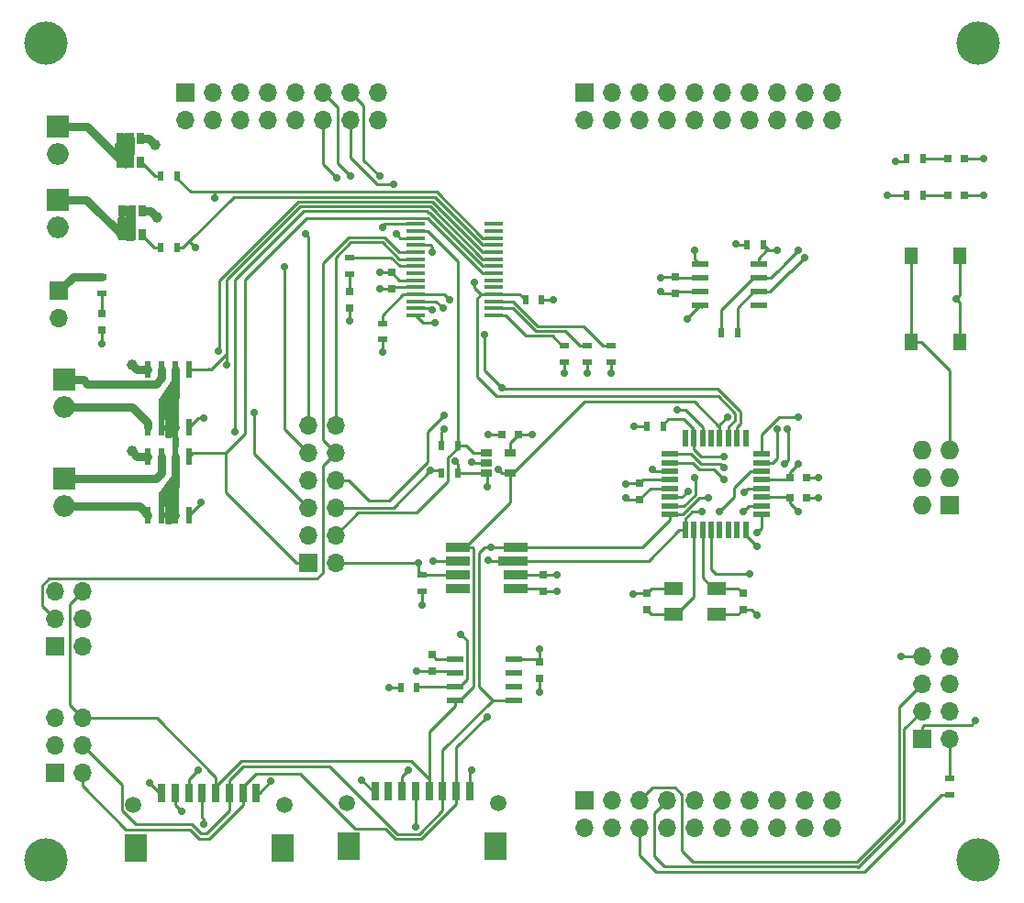
<source format=gtl>
G04 #@! TF.FileFunction,Copper,L1,Top,Signal*
%FSLAX46Y46*%
G04 Gerber Fmt 4.6, Leading zero omitted, Abs format (unit mm)*
G04 Created by KiCad (PCBNEW 4.0.6) date Friday, August 25, 2017 'AMt' 01:11:23 AM*
%MOMM*%
%LPD*%
G01*
G04 APERTURE LIST*
%ADD10C,0.100000*%
%ADD11R,1.700000X1.700000*%
%ADD12O,1.700000X1.700000*%
%ADD13C,1.500000*%
%ADD14R,2.000000X2.600000*%
%ADD15R,0.700000X1.800000*%
%ADD16R,0.500000X0.900000*%
%ADD17R,1.600000X0.550000*%
%ADD18R,0.550000X1.600000*%
%ADD19R,1.727200X1.727200*%
%ADD20O,1.727200X1.727200*%
%ADD21R,1.300000X1.550000*%
%ADD22R,0.800000X0.750000*%
%ADD23R,0.750000X0.800000*%
%ADD24R,0.797560X0.797560*%
%ADD25R,1.550000X0.600000*%
%ADD26R,1.800000X1.200000*%
%ADD27O,1.998980X1.998980*%
%ADD28R,1.998980X1.998980*%
%ADD29R,0.900000X0.500000*%
%ADD30R,0.600000X1.550000*%
%ADD31R,1.750000X0.450000*%
%ADD32R,1.060000X0.650000*%
%ADD33R,2.250000X0.900000*%
%ADD34R,2.800000X0.900000*%
%ADD35R,0.650000X1.060000*%
%ADD36C,4.000000*%
%ADD37C,0.700000*%
%ADD38C,1.000000*%
%ADD39C,0.250000*%
%ADD40C,0.750000*%
%ADD41C,1.000000*%
%ADD42C,0.254000*%
G04 APERTURE END LIST*
D10*
D11*
X106807000Y-121158000D03*
D12*
X109347000Y-121158000D03*
X106807000Y-118618000D03*
X109347000Y-118618000D03*
X106807000Y-116078000D03*
X109347000Y-116078000D03*
D13*
X133741000Y-123952000D03*
X147691000Y-123952000D03*
D14*
X147491000Y-127952000D03*
X133941000Y-127952000D03*
D15*
X145091000Y-122852000D03*
X143841000Y-122852000D03*
X142591000Y-122852000D03*
X141341000Y-122852000D03*
X140091000Y-122852000D03*
X138841000Y-122852000D03*
X137591000Y-122852000D03*
X136341000Y-122852000D03*
D16*
X151741000Y-77470000D03*
X150241000Y-77470000D03*
D17*
X163517000Y-91682000D03*
X163517000Y-92482000D03*
X163517000Y-93282000D03*
X163517000Y-94082000D03*
X163517000Y-94882000D03*
X163517000Y-95682000D03*
X163517000Y-96482000D03*
X163517000Y-97282000D03*
D18*
X164967000Y-98732000D03*
X165767000Y-98732000D03*
X166567000Y-98732000D03*
X167367000Y-98732000D03*
X168167000Y-98732000D03*
X168967000Y-98732000D03*
X169767000Y-98732000D03*
X170567000Y-98732000D03*
D17*
X172017000Y-97282000D03*
X172017000Y-96482000D03*
X172017000Y-95682000D03*
X172017000Y-94882000D03*
X172017000Y-94082000D03*
X172017000Y-93282000D03*
X172017000Y-92482000D03*
X172017000Y-91682000D03*
D18*
X170567000Y-90232000D03*
X169767000Y-90232000D03*
X168967000Y-90232000D03*
X168167000Y-90232000D03*
X167367000Y-90232000D03*
X166567000Y-90232000D03*
X165767000Y-90232000D03*
X164967000Y-90232000D03*
D16*
X169787000Y-80518000D03*
X168287000Y-80518000D03*
D11*
X155702000Y-123698000D03*
D12*
X155702000Y-126238000D03*
X158242000Y-123698000D03*
X158242000Y-126238000D03*
X160782000Y-123698000D03*
X160782000Y-126238000D03*
X163322000Y-123698000D03*
X163322000Y-126238000D03*
X165862000Y-123698000D03*
X165862000Y-126238000D03*
X168402000Y-123698000D03*
X168402000Y-126238000D03*
X170942000Y-123698000D03*
X170942000Y-126238000D03*
X173482000Y-123698000D03*
X173482000Y-126238000D03*
X176022000Y-123698000D03*
X176022000Y-126238000D03*
X178562000Y-123698000D03*
X178562000Y-126238000D03*
D11*
X155702000Y-58293000D03*
D12*
X155702000Y-60833000D03*
X158242000Y-58293000D03*
X158242000Y-60833000D03*
X160782000Y-58293000D03*
X160782000Y-60833000D03*
X163322000Y-58293000D03*
X163322000Y-60833000D03*
X165862000Y-58293000D03*
X165862000Y-60833000D03*
X168402000Y-58293000D03*
X168402000Y-60833000D03*
X170942000Y-58293000D03*
X170942000Y-60833000D03*
X173482000Y-58293000D03*
X173482000Y-60833000D03*
X176022000Y-58293000D03*
X176022000Y-60833000D03*
X178562000Y-58293000D03*
X178562000Y-60833000D03*
D19*
X189357000Y-96393000D03*
D20*
X186817000Y-96393000D03*
X189357000Y-93853000D03*
X186817000Y-93853000D03*
X189357000Y-91313000D03*
X186817000Y-91313000D03*
D21*
X185837000Y-81318000D03*
X185837000Y-73368000D03*
X190337000Y-81318000D03*
X190337000Y-73368000D03*
D22*
X176137000Y-95758000D03*
X174637000Y-95758000D03*
D23*
X160782000Y-95873000D03*
X160782000Y-94373000D03*
D22*
X176137000Y-93853000D03*
X174637000Y-93853000D03*
D23*
X161417000Y-104545000D03*
X161417000Y-106045000D03*
X170307000Y-106045000D03*
X170307000Y-104545000D03*
X164084000Y-76823000D03*
X164084000Y-75323000D03*
D24*
X189242700Y-67818000D03*
X190741300Y-67818000D03*
D11*
X118872000Y-58293000D03*
D12*
X118872000Y-60833000D03*
X121412000Y-58293000D03*
X121412000Y-60833000D03*
X123952000Y-58293000D03*
X123952000Y-60833000D03*
X126492000Y-58293000D03*
X126492000Y-60833000D03*
X129032000Y-58293000D03*
X129032000Y-60833000D03*
X131572000Y-58293000D03*
X131572000Y-60833000D03*
X134112000Y-58293000D03*
X134112000Y-60833000D03*
X136652000Y-58293000D03*
X136652000Y-60833000D03*
D16*
X161429000Y-89154000D03*
X162929000Y-89154000D03*
X185432000Y-67818000D03*
X186932000Y-67818000D03*
X185432000Y-64389000D03*
X186932000Y-64389000D03*
X170700000Y-72390000D03*
X172200000Y-72390000D03*
D25*
X166337000Y-74168000D03*
X166337000Y-75438000D03*
X166337000Y-76708000D03*
X166337000Y-77978000D03*
X171737000Y-77978000D03*
X171737000Y-76708000D03*
X171737000Y-75438000D03*
X171737000Y-74168000D03*
D26*
X163862000Y-106483000D03*
X167862000Y-106483000D03*
X167862000Y-104083000D03*
X163862000Y-104083000D03*
D23*
X137922000Y-76454000D03*
X137922000Y-74954000D03*
X151892000Y-104382000D03*
X151892000Y-102882000D03*
D22*
X149594000Y-89916000D03*
X148094000Y-89916000D03*
D23*
X151511000Y-110883000D03*
X151511000Y-112383000D03*
X141605000Y-110260000D03*
X141605000Y-111760000D03*
D24*
X189242700Y-64389000D03*
X190741300Y-64389000D03*
X133985000Y-76708000D03*
X133985000Y-78206600D03*
D11*
X186817000Y-117983000D03*
D12*
X189357000Y-117983000D03*
X186817000Y-115443000D03*
X189357000Y-115443000D03*
X186817000Y-112903000D03*
X189357000Y-112903000D03*
X186817000Y-110363000D03*
X189357000Y-110363000D03*
D27*
X107061000Y-70739000D03*
D28*
X107061000Y-68199000D03*
D27*
X107061000Y-64008000D03*
D28*
X107061000Y-61468000D03*
D11*
X130175000Y-101727000D03*
D12*
X132715000Y-101727000D03*
X130175000Y-99187000D03*
X132715000Y-99187000D03*
X130175000Y-96647000D03*
X132715000Y-96647000D03*
X130175000Y-94107000D03*
X132715000Y-94107000D03*
X130175000Y-91567000D03*
X132715000Y-91567000D03*
X130175000Y-89027000D03*
X132715000Y-89027000D03*
D27*
X107696000Y-96520000D03*
D28*
X107696000Y-93980000D03*
D27*
X107696000Y-87376000D03*
D28*
X107696000Y-84836000D03*
D11*
X106807000Y-109474000D03*
D12*
X109347000Y-109474000D03*
X106807000Y-106934000D03*
X109347000Y-106934000D03*
X106807000Y-104394000D03*
X109347000Y-104394000D03*
D29*
X189357000Y-123166000D03*
X189357000Y-121666000D03*
D16*
X116598000Y-72644000D03*
X118098000Y-72644000D03*
X116598000Y-66040000D03*
X118098000Y-66040000D03*
D29*
X137033000Y-81129000D03*
X137033000Y-79629000D03*
X153797000Y-83185000D03*
X153797000Y-81685000D03*
X158115000Y-83173000D03*
X158115000Y-81673000D03*
X155956000Y-81685000D03*
X155956000Y-83185000D03*
X133985000Y-73545000D03*
X133985000Y-75045000D03*
X140716000Y-102882000D03*
X140716000Y-104382000D03*
D16*
X144006000Y-90932000D03*
X142506000Y-90932000D03*
X144006000Y-93472000D03*
X142506000Y-93472000D03*
X138708000Y-113284000D03*
X140208000Y-113284000D03*
D30*
X115379500Y-97315000D03*
X116649500Y-97315000D03*
X117919500Y-97315000D03*
X119189500Y-97315000D03*
X119189500Y-91915000D03*
X117919500Y-91915000D03*
X116649500Y-91915000D03*
X115379500Y-91915000D03*
X115379500Y-89250500D03*
X116649500Y-89250500D03*
X117919500Y-89250500D03*
X119189500Y-89250500D03*
X119189500Y-83850500D03*
X117919500Y-83850500D03*
X116649500Y-83850500D03*
X115379500Y-83850500D03*
D31*
X140078908Y-70440448D03*
X140078908Y-71090448D03*
X140078908Y-71740448D03*
X140078908Y-72390448D03*
X140078908Y-73040448D03*
X140078908Y-73690448D03*
X140078908Y-74340448D03*
X140078908Y-74990448D03*
X140078908Y-75640448D03*
X140078908Y-76290448D03*
X140078908Y-76940448D03*
X140078908Y-77590448D03*
X140078908Y-78240448D03*
X140078908Y-78890448D03*
X147278908Y-78890448D03*
X147278908Y-78240448D03*
X147278908Y-77590448D03*
X147278908Y-76940448D03*
X147278908Y-76290448D03*
X147278908Y-75640448D03*
X147278908Y-74990448D03*
X147278908Y-74340448D03*
X147278908Y-73690448D03*
X147278908Y-73040448D03*
X147278908Y-72390448D03*
X147278908Y-71740448D03*
X147278908Y-71090448D03*
X147278908Y-70440448D03*
D32*
X146644000Y-91572000D03*
X146644000Y-92522000D03*
X146644000Y-93472000D03*
X148844000Y-93472000D03*
X148844000Y-91572000D03*
D33*
X144002000Y-100340000D03*
X144002000Y-101590000D03*
X144002000Y-102890000D03*
X144002000Y-104140000D03*
X149352000Y-104140000D03*
X149352000Y-102890000D03*
D34*
X149077000Y-101590000D03*
D33*
X149352000Y-100340000D03*
D25*
X143731000Y-110617000D03*
X143731000Y-111887000D03*
X143731000Y-113157000D03*
X143731000Y-114427000D03*
X149131000Y-114427000D03*
X149131000Y-113157000D03*
X149131000Y-111887000D03*
X149131000Y-110617000D03*
D13*
X114056000Y-124079000D03*
X128006000Y-124079000D03*
D14*
X127806000Y-128079000D03*
X114256000Y-128079000D03*
D15*
X125406000Y-122979000D03*
X124156000Y-122979000D03*
X122906000Y-122979000D03*
X121656000Y-122979000D03*
X120406000Y-122979000D03*
X119156000Y-122979000D03*
X117906000Y-122979000D03*
X116656000Y-122979000D03*
D11*
X107188000Y-76644500D03*
D12*
X107188000Y-79184500D03*
D35*
X112969000Y-71458000D03*
X113919000Y-71458000D03*
X114869000Y-71458000D03*
X114869000Y-69258000D03*
X112969000Y-69258000D03*
X113919000Y-69258000D03*
X112842000Y-64727000D03*
X113792000Y-64727000D03*
X114742000Y-64727000D03*
X114742000Y-62527000D03*
X112842000Y-62527000D03*
X113792000Y-62527000D03*
D24*
X111125000Y-78740000D03*
X111125000Y-80238600D03*
D29*
X111125000Y-75335000D03*
X111125000Y-76835000D03*
D36*
X192000000Y-53776742D03*
X192000000Y-129176742D03*
X106000000Y-129176742D03*
X106000000Y-53776742D03*
D37*
X111125000Y-81534000D03*
X140208000Y-111760000D03*
X151511000Y-113665000D03*
D38*
X113919000Y-91440000D03*
X113919000Y-83439000D03*
X116205000Y-69850000D03*
X116078000Y-63119000D03*
D37*
X153174000Y-102882000D03*
X115570000Y-122047000D03*
X135128000Y-121793000D03*
X158115000Y-84201000D03*
X155956000Y-84201000D03*
X153797000Y-84201000D03*
X145288000Y-92456000D03*
X146812000Y-89916000D03*
X141732000Y-101600000D03*
X133985000Y-79375000D03*
X136779000Y-76454000D03*
X192532000Y-64389000D03*
X170387001Y-95222463D03*
X159512000Y-95758000D03*
X177292000Y-95758000D03*
X177292000Y-93853000D03*
X192532000Y-67818000D03*
X189992000Y-77343000D03*
X160147000Y-104648000D03*
X171577000Y-106553000D03*
X169672000Y-72263000D03*
X162687000Y-75438000D03*
X151511000Y-109728000D03*
X153162000Y-104394000D03*
X126746000Y-121920000D03*
X137033000Y-82296000D03*
X160274000Y-89154000D03*
X152781000Y-77470000D03*
X150876000Y-89916000D03*
X142748000Y-89408000D03*
X140716000Y-105664000D03*
X137668000Y-113284000D03*
X145288000Y-120904000D03*
X136779000Y-74930000D03*
X162687000Y-76708000D03*
X159512000Y-94488000D03*
X175387000Y-97028000D03*
X175387000Y-92583000D03*
X183642000Y-67818000D03*
X174117000Y-92583000D03*
X171577000Y-100203000D03*
X174382003Y-89408000D03*
X168148000Y-97028000D03*
X170307000Y-97028000D03*
X168529000Y-91948000D03*
X191770000Y-116332000D03*
X168529000Y-92964000D03*
X168550198Y-94020400D03*
X184912000Y-110363000D03*
X170942000Y-102743000D03*
X165186999Y-79248000D03*
X165227000Y-95123000D03*
X146685000Y-94742000D03*
X147066000Y-100340000D03*
X141889702Y-79598298D03*
X143764000Y-92329000D03*
X167132000Y-95758000D03*
X165862000Y-72898000D03*
X165862000Y-93853000D03*
X146685000Y-115951000D03*
X141605000Y-78359000D03*
X146812000Y-101473000D03*
X166497000Y-97028000D03*
X142621000Y-78232000D03*
X147720923Y-93088883D03*
X168910000Y-88265000D03*
X176023397Y-73534397D03*
X175387000Y-72898000D03*
X171577000Y-98933000D03*
X173482000Y-72898000D03*
X173482000Y-89408000D03*
X120523000Y-125897000D03*
X140081000Y-126111000D03*
X136779000Y-66033030D03*
X164211000Y-87630000D03*
X132842000Y-66167000D03*
X148082000Y-85598000D03*
X139446000Y-120904000D03*
X120015000Y-120904000D03*
X146431000Y-80645000D03*
X143256000Y-77470000D03*
X118491000Y-124714000D03*
X138049000Y-66802000D03*
X161925000Y-93091000D03*
D38*
X117856000Y-94742000D03*
X117856000Y-86487000D03*
D37*
X134112000Y-66040000D03*
X145542000Y-75819000D03*
X137033000Y-70739000D03*
X140335000Y-101727000D03*
X120269000Y-96139000D03*
X123444000Y-89662000D03*
X122682000Y-83439000D03*
X125222000Y-87884000D03*
X138303000Y-71374000D03*
X141478000Y-93218000D03*
X120523000Y-88392000D03*
X121920000Y-82169000D03*
X142748000Y-88138000D03*
X144272000Y-108331000D03*
X141605000Y-73025000D03*
X119761000Y-72644000D03*
X128016000Y-74422000D03*
X121539000Y-68072000D03*
X129921000Y-71374000D03*
X184404000Y-64643000D03*
X175387000Y-88265000D03*
D39*
X111125000Y-80238600D02*
X111125000Y-81534000D01*
X141605000Y-111760000D02*
X140208000Y-111760000D01*
X151511000Y-112383000D02*
X151511000Y-113665000D01*
D40*
X115379500Y-91915000D02*
X114394000Y-91915000D01*
X114394000Y-91915000D02*
X113919000Y-91440000D01*
X115379500Y-83850500D02*
X114330500Y-83850500D01*
X114330500Y-83850500D02*
X113919000Y-83439000D01*
X114869000Y-69258000D02*
X115613000Y-69258000D01*
X115613000Y-69258000D02*
X116205000Y-69850000D01*
X114742000Y-62527000D02*
X115486000Y-62527000D01*
X115486000Y-62527000D02*
X116078000Y-63119000D01*
D39*
X116656000Y-122979000D02*
X116502000Y-122979000D01*
X116502000Y-122979000D02*
X115570000Y-122047000D01*
X136341000Y-122852000D02*
X136187000Y-122852000D01*
X136187000Y-122852000D02*
X135128000Y-121793000D01*
X158115000Y-83173000D02*
X158115000Y-84201000D01*
X155956000Y-83185000D02*
X155956000Y-84201000D01*
X153797000Y-83185000D02*
X153797000Y-84201000D01*
X146644000Y-92522000D02*
X145354000Y-92522000D01*
X145354000Y-92522000D02*
X145288000Y-92456000D01*
X148094000Y-89916000D02*
X146812000Y-89916000D01*
X151892000Y-102882000D02*
X153174000Y-102882000D01*
X149352000Y-102890000D02*
X151884000Y-102890000D01*
X151884000Y-102890000D02*
X151892000Y-102882000D01*
X144002000Y-101590000D02*
X141742000Y-101590000D01*
X141742000Y-101590000D02*
X141732000Y-101600000D01*
X133985000Y-78206600D02*
X133985000Y-79375000D01*
X137922000Y-76454000D02*
X136779000Y-76454000D01*
X140078908Y-76290448D02*
X138085552Y-76290448D01*
X138085552Y-76290448D02*
X137922000Y-76454000D01*
X141605000Y-111760000D02*
X143604000Y-111760000D01*
X143604000Y-111760000D02*
X143731000Y-111887000D01*
X191390080Y-64389000D02*
X192532000Y-64389000D01*
X190741300Y-64389000D02*
X191390080Y-64389000D01*
X172017000Y-94888000D02*
X170721464Y-94888000D01*
X170721464Y-94888000D02*
X170387001Y-95222463D01*
X160782000Y-95873000D02*
X159627000Y-95873000D01*
X159627000Y-95873000D02*
X159512000Y-95758000D01*
X161742000Y-94888000D02*
X160782000Y-95848000D01*
X160782000Y-95848000D02*
X160782000Y-95873000D01*
X176137000Y-95758000D02*
X177292000Y-95758000D01*
X176137000Y-93853000D02*
X177292000Y-93853000D01*
X190741300Y-67818000D02*
X192532000Y-67818000D01*
X190337000Y-81318000D02*
X190337000Y-77688000D01*
X190337000Y-77688000D02*
X189992000Y-77343000D01*
X190337000Y-73368000D02*
X190337000Y-76998000D01*
X190337000Y-76998000D02*
X189992000Y-77343000D01*
X161417000Y-104533000D02*
X160262000Y-104533000D01*
X160262000Y-104533000D02*
X160147000Y-104648000D01*
X163862000Y-104083000D02*
X161867000Y-104083000D01*
X161867000Y-104083000D02*
X161417000Y-104533000D01*
X167862000Y-106483000D02*
X169857000Y-106483000D01*
X163517000Y-94888000D02*
X161742000Y-94888000D01*
X170307000Y-106033000D02*
X171057000Y-106033000D01*
X171057000Y-106033000D02*
X171577000Y-106553000D01*
X169857000Y-106483000D02*
X170307000Y-106033000D01*
X170700000Y-72390000D02*
X169799000Y-72390000D01*
X169799000Y-72390000D02*
X169672000Y-72263000D01*
X163957000Y-75323000D02*
X162802000Y-75323000D01*
X162802000Y-75323000D02*
X162687000Y-75438000D01*
X166337000Y-75438000D02*
X164072000Y-75438000D01*
X164072000Y-75438000D02*
X163957000Y-75323000D01*
X151511000Y-110883000D02*
X151511000Y-109728000D01*
X149131000Y-110617000D02*
X151245000Y-110617000D01*
X151245000Y-110617000D02*
X151511000Y-110883000D01*
X151892000Y-104382000D02*
X153150000Y-104382000D01*
X153150000Y-104382000D02*
X153162000Y-104394000D01*
X149352000Y-104140000D02*
X151650000Y-104140000D01*
X151650000Y-104140000D02*
X151892000Y-104382000D01*
X125406000Y-122979000D02*
X125687000Y-122979000D01*
X125687000Y-122979000D02*
X126746000Y-121920000D01*
X125406000Y-122979000D02*
X125406000Y-122411000D01*
X137033000Y-81129000D02*
X137033000Y-82296000D01*
X161429000Y-89154000D02*
X160274000Y-89154000D01*
X151741000Y-77470000D02*
X152781000Y-77470000D01*
X149594000Y-89916000D02*
X150876000Y-89916000D01*
X142506000Y-90932000D02*
X142506000Y-89650000D01*
X142506000Y-89650000D02*
X142748000Y-89408000D01*
X148844000Y-91572000D02*
X148844000Y-90666000D01*
X148844000Y-90666000D02*
X149594000Y-89916000D01*
X140716000Y-104382000D02*
X140716000Y-105664000D01*
X138708000Y-113284000D02*
X137668000Y-113284000D01*
X145091000Y-122852000D02*
X145091000Y-121101000D01*
X145091000Y-121101000D02*
X145288000Y-120904000D01*
X137922000Y-74954000D02*
X136803000Y-74954000D01*
X136803000Y-74954000D02*
X136779000Y-74930000D01*
X137922000Y-74954000D02*
X138608448Y-75640448D01*
X138608448Y-75640448D02*
X140078908Y-75640448D01*
X163957000Y-76823000D02*
X162802000Y-76823000D01*
X162802000Y-76823000D02*
X162687000Y-76708000D01*
X166337000Y-76708000D02*
X164072000Y-76708000D01*
X164072000Y-76708000D02*
X163957000Y-76823000D01*
X160782000Y-94373000D02*
X159627000Y-94373000D01*
X159627000Y-94373000D02*
X159512000Y-94488000D01*
X163517000Y-94088000D02*
X161067000Y-94088000D01*
X161067000Y-94088000D02*
X160782000Y-94373000D01*
X174637000Y-95758000D02*
X174637000Y-96278000D01*
X174637000Y-96278000D02*
X175387000Y-97028000D01*
X174637000Y-93853000D02*
X174637000Y-93333000D01*
X174637000Y-93333000D02*
X175387000Y-92583000D01*
X172017000Y-95688000D02*
X174567000Y-95688000D01*
X174567000Y-95688000D02*
X174637000Y-95758000D01*
X172017000Y-94088000D02*
X174402000Y-94088000D01*
X174402000Y-94088000D02*
X174637000Y-93853000D01*
X185432000Y-67818000D02*
X183642000Y-67818000D01*
X151650000Y-77524000D02*
X151650000Y-77724000D01*
X169857000Y-104083000D02*
X170307000Y-104533000D01*
X167862000Y-104083000D02*
X169857000Y-104083000D01*
X166567000Y-98738000D02*
X166567000Y-103088000D01*
X166567000Y-103088000D02*
X167562000Y-104083000D01*
X167562000Y-104083000D02*
X167862000Y-104083000D01*
X186932000Y-67818000D02*
X189242700Y-67818000D01*
X170567000Y-98738000D02*
X170567000Y-99193000D01*
X170567000Y-99193000D02*
X171577000Y-100203000D01*
X174117000Y-92583000D02*
X174466999Y-92233001D01*
X174466999Y-92233001D02*
X174466999Y-89492996D01*
X174466999Y-89492996D02*
X174382003Y-89408000D01*
X168497999Y-96678001D02*
X168148000Y-97028000D01*
X169487009Y-95688991D02*
X168497999Y-96678001D01*
X169487009Y-94801401D02*
X169487009Y-95688991D01*
X169712001Y-94542999D02*
X169712001Y-94576409D01*
X169712001Y-94576409D02*
X169487009Y-94801401D01*
X170967000Y-93288000D02*
X169712001Y-94542999D01*
X170967000Y-93288000D02*
X170891999Y-93363001D01*
X172017000Y-93288000D02*
X170967000Y-93288000D01*
X162306000Y-130302000D02*
X181521000Y-130302000D01*
X181521000Y-130302000D02*
X188657000Y-123166000D01*
X188657000Y-123166000D02*
X189357000Y-123166000D01*
X160782000Y-128778000D02*
X162306000Y-130302000D01*
X160782000Y-126238000D02*
X160782000Y-128778000D01*
X170847000Y-96488000D02*
X170307000Y-97028000D01*
X172017000Y-96488000D02*
X170847000Y-96488000D01*
X165767000Y-90232000D02*
X165767000Y-89371998D01*
X165767000Y-89371998D02*
X164849002Y-88454000D01*
X162929000Y-88954000D02*
X162929000Y-89154000D01*
X164849002Y-88454000D02*
X163429000Y-88454000D01*
X163429000Y-88454000D02*
X162929000Y-88954000D01*
X165767000Y-90238000D02*
X165767000Y-91288000D01*
X165767000Y-91288000D02*
X166427000Y-91948000D01*
X166427000Y-91948000D02*
X168529000Y-91948000D01*
X186987000Y-116713000D02*
X191389000Y-116713000D01*
X186817000Y-117983000D02*
X186817000Y-116883000D01*
X186817000Y-116883000D02*
X186987000Y-116713000D01*
X191389000Y-116713000D02*
X191770000Y-116332000D01*
X185837000Y-81318000D02*
X185837000Y-73368000D01*
X189357000Y-91313000D02*
X189357000Y-83938000D01*
X189357000Y-83938000D02*
X186737000Y-81318000D01*
X186737000Y-81318000D02*
X185837000Y-81318000D01*
X185166000Y-125603000D02*
X185166000Y-117094000D01*
X185166000Y-117094000D02*
X186817000Y-115443000D01*
X180917010Y-129851990D02*
X185166000Y-125603000D01*
X180905990Y-129851990D02*
X180917010Y-129851990D01*
X163068000Y-129794000D02*
X180848000Y-129794000D01*
X180848000Y-129794000D02*
X180905990Y-129851990D01*
X162146999Y-128872999D02*
X163068000Y-129794000D01*
X163322000Y-123698000D02*
X162146999Y-124873001D01*
X162146999Y-124873001D02*
X162146999Y-128872999D01*
X168188001Y-92623001D02*
X168529000Y-92964000D01*
X166465591Y-92623001D02*
X168188001Y-92623001D01*
X163517000Y-91688000D02*
X165530590Y-91688000D01*
X165530590Y-91688000D02*
X166465591Y-92623001D01*
X160782000Y-123698000D02*
X161957001Y-122522999D01*
X164686999Y-123133999D02*
X164686999Y-128364999D01*
X161957001Y-122522999D02*
X164075999Y-122522999D01*
X164686999Y-128364999D02*
X165665990Y-129343990D01*
X164075999Y-122522999D02*
X164686999Y-123133999D01*
X184715990Y-125416600D02*
X184715990Y-115004010D01*
X184715990Y-115004010D02*
X185967001Y-113752999D01*
X185967001Y-113752999D02*
X186817000Y-112903000D01*
X165665990Y-129343990D02*
X180788600Y-129343990D01*
X180788600Y-129343990D02*
X184715990Y-125416600D01*
X166279191Y-93073011D02*
X167602809Y-93073011D01*
X167602809Y-93073011D02*
X168550198Y-94020400D01*
X165694180Y-92488000D02*
X166279191Y-93073011D01*
X163517000Y-92488000D02*
X165694180Y-92488000D01*
X167367000Y-98738000D02*
X167367000Y-102343000D01*
X167367000Y-102343000D02*
X167767000Y-102743000D01*
X167767000Y-102743000D02*
X170322000Y-102743000D01*
X170322000Y-102743000D02*
X170942000Y-102743000D01*
X184912000Y-110363000D02*
X186817000Y-110363000D01*
X165186999Y-79248000D02*
X165186999Y-79128001D01*
X165186999Y-79128001D02*
X166337000Y-77978000D01*
X164662000Y-95688000D02*
X165227000Y-95123000D01*
X166497000Y-78138000D02*
X166337000Y-77978000D01*
X163517000Y-95688000D02*
X164662000Y-95688000D01*
X109347000Y-118618000D02*
X112980999Y-122251999D01*
X112980999Y-122251999D02*
X112980999Y-124595001D01*
X112980999Y-124595001D02*
X114282999Y-125897001D01*
X122906000Y-124617000D02*
X122906000Y-124129000D01*
X114282999Y-125897001D02*
X119420001Y-125897001D01*
X119420001Y-125897001D02*
X120269000Y-126746000D01*
X120269000Y-126746000D02*
X120777000Y-126746000D01*
X120777000Y-126746000D02*
X122906000Y-124617000D01*
X122906000Y-124129000D02*
X122906000Y-122979000D01*
X124212000Y-120523000D02*
X132176998Y-120523000D01*
X132176998Y-120523000D02*
X138439999Y-126786001D01*
X138439999Y-126786001D02*
X140405001Y-126786001D01*
X140405001Y-126786001D02*
X142591000Y-124600002D01*
X142591000Y-124600002D02*
X142591000Y-124002000D01*
X142591000Y-124002000D02*
X142591000Y-122852000D01*
X122906000Y-122979000D02*
X122906000Y-121829000D01*
X122906000Y-121829000D02*
X124212000Y-120523000D01*
X122906000Y-123529000D02*
X122906000Y-122979000D01*
X146685000Y-94742000D02*
X146685000Y-93513000D01*
X146685000Y-93513000D02*
X146644000Y-93472000D01*
X147066000Y-100340000D02*
X146421000Y-100340000D01*
X149352000Y-100340000D02*
X147066000Y-100340000D01*
X142591000Y-122852000D02*
X142591000Y-119029000D01*
X142591000Y-119029000D02*
X147193000Y-114427000D01*
X141889702Y-79598298D02*
X140786758Y-79598298D01*
X140786758Y-79598298D02*
X140078908Y-78890448D01*
X144006000Y-93472000D02*
X144006000Y-92571000D01*
X144006000Y-92571000D02*
X143764000Y-92329000D01*
X145923000Y-113157000D02*
X147193000Y-114427000D01*
X147193000Y-114427000D02*
X149131000Y-114427000D01*
X145923000Y-100838000D02*
X145923000Y-113157000D01*
X146421000Y-100340000D02*
X145923000Y-100838000D01*
X163517000Y-97282000D02*
X163517000Y-97807000D01*
X163517000Y-97807000D02*
X160984000Y-100340000D01*
X150727000Y-100340000D02*
X149352000Y-100340000D01*
X160984000Y-100340000D02*
X150727000Y-100340000D01*
X148677000Y-100340000D02*
X149352000Y-100340000D01*
X144006000Y-93472000D02*
X146644000Y-93472000D01*
X166260590Y-95758000D02*
X167132000Y-95758000D01*
X164730590Y-97288000D02*
X166260590Y-95758000D01*
X163517000Y-97288000D02*
X164730590Y-97288000D01*
X165862000Y-72898000D02*
X165862000Y-73693000D01*
X165862000Y-73693000D02*
X166337000Y-74168000D01*
X165902001Y-95447001D02*
X165902001Y-93893001D01*
X165902001Y-93893001D02*
X165862000Y-93853000D01*
X164861002Y-96488000D02*
X165902001Y-95447001D01*
X163517000Y-96488000D02*
X164861002Y-96488000D01*
X113351919Y-126365000D02*
X119251590Y-126365000D01*
X120082599Y-127196009D02*
X121088991Y-127196009D01*
X121088991Y-127196009D02*
X124156000Y-124129000D01*
X119251590Y-126365000D02*
X120082599Y-127196009D01*
X124156000Y-124129000D02*
X124156000Y-122979000D01*
X124156000Y-122979000D02*
X124156000Y-122429000D01*
X124156000Y-122429000D02*
X125340001Y-121244999D01*
X125340001Y-121244999D02*
X129442997Y-121244999D01*
X129442997Y-121244999D02*
X134524997Y-126326999D01*
X134524997Y-126326999D02*
X137344587Y-126326999D01*
X137344587Y-126326999D02*
X138253598Y-127236010D01*
X138253598Y-127236010D02*
X140606990Y-127236010D01*
X140606990Y-127236010D02*
X143841000Y-124002000D01*
X143841000Y-124002000D02*
X143841000Y-122852000D01*
X109347000Y-121158000D02*
X109347000Y-122360081D01*
X109347000Y-122360081D02*
X113351919Y-126365000D01*
X143841000Y-122852000D02*
X143841000Y-118795000D01*
X143841000Y-118795000D02*
X146685000Y-115951000D01*
X141605000Y-78359000D02*
X141486448Y-78240448D01*
X141486448Y-78240448D02*
X140078908Y-78240448D01*
X149077000Y-101590000D02*
X146929000Y-101590000D01*
X146929000Y-101590000D02*
X146812000Y-101473000D01*
X164967000Y-98732000D02*
X164442000Y-98732000D01*
X164442000Y-98732000D02*
X161584000Y-101590000D01*
X161584000Y-101590000D02*
X150727000Y-101590000D01*
X150727000Y-101590000D02*
X149077000Y-101590000D01*
X164967000Y-98738000D02*
X164967000Y-97688000D01*
X164967000Y-97688000D02*
X165627000Y-97028000D01*
X165627000Y-97028000D02*
X166497000Y-97028000D01*
X121656000Y-122979000D02*
X121656000Y-122429000D01*
X121656000Y-122429000D02*
X124012010Y-120072990D01*
X141341000Y-121702000D02*
X141341000Y-122852000D01*
X124012010Y-120072990D02*
X139711990Y-120072990D01*
X139711990Y-120072990D02*
X141341000Y-121702000D01*
X121656000Y-122979000D02*
X121656000Y-121545998D01*
X121656000Y-121545998D02*
X116188002Y-116078000D01*
X116188002Y-116078000D02*
X110549081Y-116078000D01*
X110549081Y-116078000D02*
X109347000Y-116078000D01*
X108171999Y-105569001D02*
X108171999Y-114902999D01*
X108171999Y-114902999D02*
X109347000Y-116078000D01*
X109347000Y-104394000D02*
X108171999Y-105569001D01*
X143731000Y-114427000D02*
X143731000Y-114977000D01*
X143731000Y-114977000D02*
X141341000Y-117367000D01*
X141341000Y-117367000D02*
X141341000Y-121702000D01*
X142621000Y-78232000D02*
X141979448Y-77590448D01*
X141979448Y-77590448D02*
X140078908Y-77590448D01*
X148844000Y-93472000D02*
X148104040Y-93472000D01*
X148104040Y-93472000D02*
X147720923Y-93088883D01*
X144002000Y-100340000D02*
X145377000Y-100340000D01*
X145452001Y-113180999D02*
X144206000Y-114427000D01*
X145377000Y-100340000D02*
X145452001Y-100415001D01*
X145452001Y-100415001D02*
X145452001Y-113180999D01*
X144206000Y-114427000D02*
X143731000Y-114427000D01*
X144002000Y-100340000D02*
X144677000Y-100340000D01*
X144677000Y-100340000D02*
X148844000Y-96173000D01*
X148844000Y-96173000D02*
X148844000Y-94047000D01*
X148844000Y-94047000D02*
X148844000Y-93472000D01*
X165853000Y-86868000D02*
X155653000Y-86868000D01*
X155653000Y-86868000D02*
X149049000Y-93472000D01*
X149049000Y-93472000D02*
X148844000Y-93472000D01*
X168167000Y-90232000D02*
X168167000Y-89182000D01*
X168167000Y-89182000D02*
X165853000Y-86868000D01*
X168167000Y-89088001D02*
X168167000Y-89008000D01*
X168167000Y-89008000D02*
X168910000Y-88265000D01*
X168167000Y-90238000D02*
X168167000Y-89088001D01*
X169787000Y-79818000D02*
X169787000Y-80518000D01*
X169787000Y-78183000D02*
X169787000Y-79818000D01*
X174645254Y-74824746D02*
X174733048Y-74824746D01*
X174733048Y-74824746D02*
X176023397Y-73534397D01*
X171737000Y-76708000D02*
X172762000Y-76708000D01*
X172762000Y-76708000D02*
X174645254Y-74824746D01*
X171737000Y-76708000D02*
X172212000Y-76708000D01*
X171737000Y-76708000D02*
X171262000Y-76708000D01*
X171262000Y-76708000D02*
X169787000Y-78183000D01*
X175387000Y-72898000D02*
X174157000Y-74128000D01*
X174157000Y-74128000D02*
X174157000Y-74168000D01*
X168287000Y-79818000D02*
X168287000Y-80518000D01*
X168287000Y-78413000D02*
X168287000Y-79818000D01*
X173482000Y-74803000D02*
X173522000Y-74803000D01*
X173522000Y-74803000D02*
X174157000Y-74168000D01*
X171737000Y-75438000D02*
X172847000Y-75438000D01*
X172847000Y-75438000D02*
X173482000Y-74803000D01*
X171737000Y-75438000D02*
X172212000Y-75438000D01*
X171737000Y-75438000D02*
X171262000Y-75438000D01*
X171262000Y-75438000D02*
X168287000Y-78413000D01*
X172017000Y-97288000D02*
X172017000Y-98493000D01*
X172017000Y-98493000D02*
X171577000Y-98933000D01*
X172708000Y-72898000D02*
X172200000Y-72390000D01*
X172708000Y-72898000D02*
X172457000Y-72898000D01*
X173482000Y-72898000D02*
X172708000Y-72898000D01*
X172457000Y-72898000D02*
X171737000Y-73618000D01*
X173482000Y-92073000D02*
X173482000Y-89408000D01*
X173067000Y-92488000D02*
X173482000Y-92073000D01*
X171737000Y-73618000D02*
X171737000Y-74168000D01*
X172017000Y-92488000D02*
X173067000Y-92488000D01*
X161867000Y-106483000D02*
X161417000Y-106033000D01*
X163862000Y-106483000D02*
X161867000Y-106483000D01*
X165767000Y-98738000D02*
X165767000Y-104878000D01*
X165767000Y-104878000D02*
X164162000Y-106483000D01*
X164162000Y-106483000D02*
X163862000Y-106483000D01*
X143731000Y-110617000D02*
X141962000Y-110617000D01*
X141962000Y-110617000D02*
X141605000Y-110260000D01*
X186932000Y-64389000D02*
X189242700Y-64389000D01*
X133985000Y-75045000D02*
X133985000Y-76708000D01*
X120523000Y-125897000D02*
X120523000Y-125402026D01*
X120523000Y-125402026D02*
X120406000Y-125285026D01*
X120406000Y-125285026D02*
X120406000Y-124256000D01*
X140081000Y-126111000D02*
X140081000Y-124266000D01*
X140081000Y-124266000D02*
X140091000Y-124256000D01*
X136779000Y-66033030D02*
X135287001Y-64541031D01*
X135287001Y-64541031D02*
X135287001Y-59468001D01*
X135287001Y-59468001D02*
X134961999Y-59142999D01*
X134961999Y-59142999D02*
X134112000Y-58293000D01*
X120406000Y-122979000D02*
X120406000Y-124256000D01*
X140091000Y-122852000D02*
X140091000Y-124256000D01*
X166567000Y-90232000D02*
X166567000Y-89182000D01*
X166567000Y-89182000D02*
X165015000Y-87630000D01*
X165015000Y-87630000D02*
X164211000Y-87630000D01*
X132842000Y-66167000D02*
X131572000Y-64897000D01*
X131572000Y-64897000D02*
X131572000Y-60833000D01*
X146431000Y-80645000D02*
X146431000Y-83947000D01*
X146431000Y-83947000D02*
X148082000Y-85598000D01*
X167965412Y-85685000D02*
X148169000Y-85685000D01*
X148169000Y-85685000D02*
X148082000Y-85598000D01*
X167965412Y-85685000D02*
X170053000Y-87772588D01*
X170053000Y-87772588D02*
X170053000Y-88896000D01*
X170053000Y-88896000D02*
X169767000Y-89182000D01*
X169767000Y-89182000D02*
X169767000Y-90232000D01*
X139446000Y-120904000D02*
X138841000Y-121509000D01*
X138841000Y-121509000D02*
X138841000Y-122852000D01*
X120015000Y-120904000D02*
X119156000Y-121763000D01*
X119156000Y-121763000D02*
X119156000Y-122979000D01*
X140078908Y-76940448D02*
X138953908Y-76940448D01*
X138953908Y-76940448D02*
X137033000Y-78861356D01*
X137033000Y-78861356D02*
X137033000Y-79129000D01*
X137033000Y-79129000D02*
X137033000Y-79629000D01*
X140078908Y-76940448D02*
X142726448Y-76940448D01*
X142726448Y-76940448D02*
X143256000Y-77470000D01*
X117906000Y-122979000D02*
X117906000Y-124129000D01*
X117906000Y-124129000D02*
X118491000Y-124714000D01*
X134112000Y-60833000D02*
X134112000Y-64365032D01*
X134112000Y-64365032D02*
X136548968Y-66802000D01*
X136548968Y-66802000D02*
X138049000Y-66802000D01*
X117906000Y-122979000D02*
X117906000Y-123529000D01*
X163517000Y-93282000D02*
X162116000Y-93282000D01*
X162116000Y-93282000D02*
X161925000Y-93091000D01*
D40*
X107188000Y-76644500D02*
X108497500Y-75335000D01*
X108497500Y-75335000D02*
X111125000Y-75335000D01*
X117856000Y-94742000D02*
X117856000Y-97251500D01*
X117856000Y-97251500D02*
X117919500Y-97315000D01*
X117919500Y-91915000D02*
X117919500Y-94678500D01*
X117919500Y-94678500D02*
X117856000Y-94742000D01*
X117856000Y-86487000D02*
X117856000Y-89187000D01*
X117856000Y-89187000D02*
X117919500Y-89250500D01*
X117919500Y-83850500D02*
X117919500Y-86423500D01*
X117919500Y-86423500D02*
X117856000Y-86487000D01*
D39*
X134112000Y-66040000D02*
X132936999Y-64864999D01*
X132936999Y-64864999D02*
X132936999Y-59657999D01*
X132936999Y-59657999D02*
X132421999Y-59142999D01*
X132421999Y-59142999D02*
X131572000Y-58293000D01*
X146153908Y-76940448D02*
X145542000Y-76328540D01*
X145542000Y-76328540D02*
X145542000Y-75819000D01*
X147278908Y-76940448D02*
X149711448Y-76940448D01*
X149711448Y-76940448D02*
X150241000Y-77470000D01*
X168967000Y-90232000D02*
X168967000Y-89182000D01*
X169585001Y-87940999D02*
X168004002Y-86360000D01*
X168967000Y-89182000D02*
X169585001Y-88563999D01*
X169585001Y-88563999D02*
X169585001Y-87940999D01*
X168004002Y-86360000D02*
X147574000Y-86360000D01*
X147574000Y-86360000D02*
X145738009Y-84524009D01*
X145738009Y-77356347D02*
X146153908Y-76940448D01*
X145738009Y-84524009D02*
X145738009Y-77356347D01*
X146153908Y-76940448D02*
X147278908Y-76940448D01*
X189357000Y-121158000D02*
X189357000Y-121678000D01*
X189357000Y-121043000D02*
X189357000Y-117983000D01*
D41*
X112969000Y-71458000D02*
X113200000Y-71458000D01*
D40*
X113200000Y-71458000D02*
X113843999Y-70814001D01*
X113843999Y-70814001D02*
X113843999Y-70348001D01*
X113843999Y-70348001D02*
X113843999Y-69258000D01*
D41*
X112969000Y-71458000D02*
X112969000Y-71436502D01*
D40*
X112969000Y-71436502D02*
X109731498Y-68199000D01*
X109731498Y-68199000D02*
X107061000Y-68199000D01*
X112946000Y-64727000D02*
X113792000Y-63881000D01*
X113792000Y-63881000D02*
X113792000Y-62527000D01*
X112842000Y-64727000D02*
X112946000Y-64727000D01*
X107061000Y-61468000D02*
X109788000Y-61468000D01*
X109788000Y-61468000D02*
X112842000Y-64522000D01*
X112842000Y-64522000D02*
X112842000Y-64727000D01*
D39*
X130175000Y-101727000D02*
X129075000Y-101727000D01*
X129075000Y-101727000D02*
X122538002Y-95190002D01*
X122538002Y-91567000D02*
X122538002Y-95190002D01*
X147278908Y-74990448D02*
X146313910Y-74990448D01*
X146313910Y-74990448D02*
X141213909Y-69890447D01*
X141213909Y-69890447D02*
X130007553Y-69890447D01*
X122538002Y-91567000D02*
X121144974Y-91567000D01*
X130007553Y-69890447D02*
X124333000Y-75565000D01*
X124333000Y-75565000D02*
X124333000Y-89772002D01*
X124333000Y-89772002D02*
X122538002Y-91567000D01*
X121144974Y-91567000D02*
X120650000Y-91567000D01*
X120650000Y-91567000D02*
X119537500Y-91567000D01*
X119537500Y-91567000D02*
X119189500Y-91915000D01*
X132715000Y-101727000D02*
X133917081Y-101727000D01*
X133917081Y-101727000D02*
X140335000Y-101727000D01*
X137033000Y-70612000D02*
X137033000Y-70739000D01*
X137665999Y-70440448D02*
X137204552Y-70440448D01*
X137204552Y-70440448D02*
X137033000Y-70612000D01*
X140716000Y-102882000D02*
X140516000Y-102882000D01*
X140335000Y-101727000D02*
X140335000Y-102501000D01*
X140335000Y-102501000D02*
X140716000Y-102882000D01*
X140078908Y-70440448D02*
X137665999Y-70440448D01*
X144002000Y-102890000D02*
X140724000Y-102890000D01*
X140724000Y-102890000D02*
X140716000Y-102882000D01*
X120269000Y-96139000D02*
X120269000Y-96235500D01*
X120269000Y-96235500D02*
X119189500Y-97315000D01*
X123454410Y-76570590D02*
X123454410Y-89651590D01*
X123454410Y-89651590D02*
X123444000Y-89662000D01*
X119189500Y-97315000D02*
X119189500Y-97790000D01*
X123454410Y-75554590D02*
X123454410Y-76570590D01*
X123454410Y-76570590D02*
X123444000Y-76581000D01*
X141159040Y-69277040D02*
X129731960Y-69277040D01*
X129731960Y-69277040D02*
X123454410Y-75554590D01*
X141400309Y-69440437D02*
X141322437Y-69440437D01*
X141322437Y-69440437D02*
X141159040Y-69277040D01*
X147278908Y-74340448D02*
X146300320Y-74340448D01*
X146300320Y-74340448D02*
X141400309Y-69440437D01*
X132715000Y-99187000D02*
X134804978Y-97097022D01*
X140165980Y-97097022D02*
X143088999Y-94174003D01*
X134804978Y-97097022D02*
X140165980Y-97097022D01*
X143088999Y-94174003D02*
X143088999Y-92049001D01*
X143088999Y-92049001D02*
X144006000Y-91132000D01*
X144006000Y-91132000D02*
X144006000Y-90932000D01*
X140078908Y-71090448D02*
X141203908Y-71090448D01*
X141203908Y-71090448D02*
X144006000Y-73892540D01*
X144006000Y-90932000D02*
X144006000Y-73892540D01*
X145420000Y-91572000D02*
X144780000Y-90932000D01*
X144780000Y-90932000D02*
X144006000Y-90932000D01*
X146644000Y-91572000D02*
X145420000Y-91572000D01*
X122682000Y-82406002D02*
X122682000Y-82296000D01*
X122682000Y-82296000D02*
X122682000Y-75566410D01*
X122682000Y-83439000D02*
X122682000Y-82296000D01*
X130175000Y-96647000D02*
X125222000Y-91694000D01*
X125222000Y-91694000D02*
X125222000Y-87884000D01*
X121000500Y-83850500D02*
X121237502Y-83850500D01*
X121237502Y-83850500D02*
X122682000Y-82406002D01*
X122682000Y-75566410D02*
X129421380Y-68827030D01*
X129421380Y-68827030D02*
X141097000Y-68827030D01*
X121000500Y-83850500D02*
X121031000Y-83820000D01*
X119189500Y-83850500D02*
X121000500Y-83850500D01*
X141331260Y-68827030D02*
X141097000Y-68827030D01*
X146286730Y-73690448D02*
X141423312Y-68827030D01*
X147278908Y-73690448D02*
X146286730Y-73690448D01*
X141423312Y-68827030D02*
X141097000Y-68827030D01*
X132715000Y-96647000D02*
X138049000Y-96647000D01*
X138049000Y-96647000D02*
X141478000Y-93218000D01*
X140078908Y-71740448D02*
X138669448Y-71740448D01*
X138669448Y-71740448D02*
X138303000Y-71374000D01*
X141478000Y-93218000D02*
X142252000Y-93218000D01*
X142252000Y-93218000D02*
X142506000Y-93472000D01*
X140078908Y-71740448D02*
X138698552Y-71740448D01*
X120523000Y-88392000D02*
X120048000Y-88392000D01*
X120048000Y-88392000D02*
X119189500Y-89250500D01*
X121979401Y-75632599D02*
X121979401Y-82109599D01*
X121979401Y-82109599D02*
X121920000Y-82169000D01*
X141351000Y-68377020D02*
X129234980Y-68377020D01*
X129234980Y-68377020D02*
X121979401Y-75632599D01*
X141517660Y-68377020D02*
X141351000Y-68377020D01*
X146273140Y-73040448D02*
X141609712Y-68377020D01*
X147278908Y-73040448D02*
X146273140Y-73040448D01*
X141609712Y-68377020D02*
X141351000Y-68377020D01*
X141224000Y-92472998D02*
X141224000Y-89662000D01*
X141224000Y-89662000D02*
X142748000Y-88138000D01*
X135822081Y-96012000D02*
X137684998Y-96012000D01*
X137684998Y-96012000D02*
X141224000Y-92472998D01*
X132715000Y-94107000D02*
X133917081Y-94107000D01*
X133917081Y-94107000D02*
X135822081Y-96012000D01*
X144272000Y-108331000D02*
X144831001Y-108890001D01*
X144831001Y-108890001D02*
X144831001Y-112531999D01*
X144831001Y-112531999D02*
X144206000Y-113157000D01*
X144206000Y-113157000D02*
X143731000Y-113157000D01*
X141605000Y-73025000D02*
X141605000Y-72530026D01*
X141605000Y-72530026D02*
X141465422Y-72390448D01*
X141465422Y-72390448D02*
X141203908Y-72390448D01*
X141203908Y-72390448D02*
X140078908Y-72390448D01*
X143731000Y-113157000D02*
X140335000Y-113157000D01*
X140335000Y-113157000D02*
X140208000Y-113284000D01*
X123314990Y-67927010D02*
X119253000Y-71989000D01*
X119253000Y-71989000D02*
X118598000Y-72644000D01*
X119761000Y-72644000D02*
X119253000Y-72136000D01*
X119253000Y-72136000D02*
X119253000Y-71989000D01*
X130175000Y-91567000D02*
X128016000Y-89408000D01*
X128016000Y-89408000D02*
X128016000Y-74422000D01*
X147278908Y-72390448D02*
X146304448Y-72390448D01*
X146304448Y-72390448D02*
X141841010Y-67927010D01*
X141841010Y-67927010D02*
X123314990Y-67927010D01*
X118598000Y-72644000D02*
X118098000Y-72644000D01*
X132715000Y-91567000D02*
X131539999Y-92742001D01*
X131539999Y-92742001D02*
X131539999Y-102647003D01*
X131539999Y-102647003D02*
X130968003Y-103218999D01*
X130968003Y-103218999D02*
X106242999Y-103218999D01*
X106242999Y-103218999D02*
X105631999Y-103829999D01*
X105631999Y-103829999D02*
X105631999Y-105758999D01*
X105631999Y-105758999D02*
X105957001Y-106084001D01*
X105957001Y-106084001D02*
X106807000Y-106934000D01*
X137240363Y-71685990D02*
X133922597Y-71685991D01*
X133922597Y-71685991D02*
X131539999Y-74068589D01*
X131539999Y-74068589D02*
X131539999Y-90391999D01*
X131539999Y-90391999D02*
X131865001Y-90717001D01*
X131865001Y-90717001D02*
X132715000Y-91567000D01*
X140078908Y-73040448D02*
X138594821Y-73040448D01*
X138594821Y-73040448D02*
X137240363Y-71685990D01*
X119335001Y-67477001D02*
X121539000Y-67477001D01*
X121539000Y-67477001D02*
X142027411Y-67477001D01*
X121539000Y-68072000D02*
X121539000Y-67577026D01*
X121539000Y-67577026D02*
X121539000Y-67477001D01*
X130175000Y-89027000D02*
X130175000Y-71628000D01*
X130175000Y-71628000D02*
X129921000Y-71374000D01*
X118098000Y-66040000D02*
X118098000Y-66240000D01*
X118098000Y-66240000D02*
X119335001Y-67477001D01*
X142027411Y-67477001D02*
X146290858Y-71740448D01*
X146290858Y-71740448D02*
X147278908Y-71740448D01*
X137053963Y-72136000D02*
X134108998Y-72136000D01*
X134108998Y-72136000D02*
X132715000Y-73529998D01*
X132715000Y-73529998D02*
X132715000Y-87824919D01*
X132715000Y-87824919D02*
X132715000Y-89027000D01*
X138608411Y-73690448D02*
X137053963Y-72136000D01*
X140078908Y-73690448D02*
X138608411Y-73690448D01*
D40*
X107696000Y-96520000D02*
X114584500Y-96520000D01*
X114584500Y-96520000D02*
X115379500Y-97315000D01*
X107696000Y-93980000D02*
X116109500Y-93980000D01*
X116109500Y-93980000D02*
X116649500Y-93440000D01*
X116649500Y-93440000D02*
X116649500Y-91915000D01*
X107696000Y-87376000D02*
X113980000Y-87376000D01*
X113980000Y-87376000D02*
X115379500Y-88775500D01*
X115379500Y-88775500D02*
X115379500Y-89250500D01*
X107696000Y-84836000D02*
X109445490Y-84836000D01*
X116139501Y-85200501D02*
X116649500Y-84690502D01*
X109445490Y-84836000D02*
X109809991Y-85200501D01*
X109809991Y-85200501D02*
X116139501Y-85200501D01*
X116649500Y-84690502D02*
X116649500Y-83850500D01*
D39*
X116598000Y-72644000D02*
X115991500Y-72644000D01*
X115991500Y-72644000D02*
X114869000Y-71521500D01*
X116598000Y-66040000D02*
X116078000Y-66040000D01*
X116078000Y-66040000D02*
X114808000Y-64770000D01*
X184404000Y-64643000D02*
X185178000Y-64643000D01*
X185178000Y-64643000D02*
X185432000Y-64389000D01*
X172017000Y-91682000D02*
X172017000Y-89873998D01*
X172017000Y-89873998D02*
X173625998Y-88265000D01*
X173625998Y-88265000D02*
X175387000Y-88265000D01*
X147278908Y-78890448D02*
X148403908Y-78890448D01*
X148403908Y-78890448D02*
X150296480Y-80783020D01*
X150296480Y-80783020D02*
X152695020Y-80783020D01*
X152695020Y-80783020D02*
X153597000Y-81685000D01*
X153597000Y-81685000D02*
X153797000Y-81685000D01*
X153997000Y-81685000D02*
X153797000Y-81685000D01*
X155625000Y-79883000D02*
X157415000Y-81673000D01*
X157415000Y-81673000D02*
X158115000Y-81673000D01*
X151368998Y-79883000D02*
X155625000Y-79883000D01*
X147278908Y-77590448D02*
X149076446Y-77590448D01*
X149076446Y-77590448D02*
X151368998Y-79883000D01*
X151182598Y-80333010D02*
X153904010Y-80333010D01*
X153904010Y-80333010D02*
X155256000Y-81685000D01*
X155256000Y-81685000D02*
X155956000Y-81685000D01*
X147278908Y-78240448D02*
X149090036Y-78240448D01*
X149090036Y-78240448D02*
X151182598Y-80333010D01*
X140078908Y-74340448D02*
X138622001Y-74340448D01*
X138622001Y-74340448D02*
X137826553Y-73545000D01*
X137826553Y-73545000D02*
X134685000Y-73545000D01*
X134685000Y-73545000D02*
X133985000Y-73545000D01*
X111125000Y-76835000D02*
X111125000Y-78740000D01*
D42*
G36*
X113467000Y-69099250D02*
X113498750Y-69131000D01*
X113792000Y-69131000D01*
X113792000Y-69111000D01*
X114046000Y-69111000D01*
X114046000Y-71882000D01*
X113421000Y-71882000D01*
X113421000Y-71616750D01*
X113389250Y-71585000D01*
X113096000Y-71585000D01*
X113096000Y-71605000D01*
X112842000Y-71605000D01*
X112842000Y-71585000D01*
X112822000Y-71585000D01*
X112822000Y-71331000D01*
X112842000Y-71331000D01*
X112842000Y-70832750D01*
X113096000Y-70832750D01*
X113096000Y-71331000D01*
X113389250Y-71331000D01*
X113421000Y-71299250D01*
X113421000Y-70902738D01*
X113401665Y-70856060D01*
X113365940Y-70820335D01*
X113319262Y-70801000D01*
X113127750Y-70801000D01*
X113096000Y-70832750D01*
X112842000Y-70832750D01*
X112810250Y-70801000D01*
X112649000Y-70801000D01*
X112649000Y-69915000D01*
X112810250Y-69915000D01*
X112842000Y-69883250D01*
X112842000Y-69385000D01*
X113096000Y-69385000D01*
X113096000Y-69883250D01*
X113127750Y-69915000D01*
X113319262Y-69915000D01*
X113365940Y-69895665D01*
X113401665Y-69859940D01*
X113421000Y-69813262D01*
X113421000Y-69416750D01*
X113467000Y-69416750D01*
X113467000Y-69813262D01*
X113486335Y-69859940D01*
X113522060Y-69895665D01*
X113568738Y-69915000D01*
X113760250Y-69915000D01*
X113792000Y-69883250D01*
X113792000Y-69385000D01*
X113498750Y-69385000D01*
X113467000Y-69416750D01*
X113421000Y-69416750D01*
X113389250Y-69385000D01*
X113096000Y-69385000D01*
X112842000Y-69385000D01*
X112822000Y-69385000D01*
X112822000Y-69131000D01*
X112842000Y-69131000D01*
X112842000Y-69111000D01*
X113096000Y-69111000D01*
X113096000Y-69131000D01*
X113389250Y-69131000D01*
X113421000Y-69099250D01*
X113421000Y-68834000D01*
X113467000Y-68834000D01*
X113467000Y-69099250D01*
X113467000Y-69099250D01*
G37*
X113467000Y-69099250D02*
X113498750Y-69131000D01*
X113792000Y-69131000D01*
X113792000Y-69111000D01*
X114046000Y-69111000D01*
X114046000Y-71882000D01*
X113421000Y-71882000D01*
X113421000Y-71616750D01*
X113389250Y-71585000D01*
X113096000Y-71585000D01*
X113096000Y-71605000D01*
X112842000Y-71605000D01*
X112842000Y-71585000D01*
X112822000Y-71585000D01*
X112822000Y-71331000D01*
X112842000Y-71331000D01*
X112842000Y-70832750D01*
X113096000Y-70832750D01*
X113096000Y-71331000D01*
X113389250Y-71331000D01*
X113421000Y-71299250D01*
X113421000Y-70902738D01*
X113401665Y-70856060D01*
X113365940Y-70820335D01*
X113319262Y-70801000D01*
X113127750Y-70801000D01*
X113096000Y-70832750D01*
X112842000Y-70832750D01*
X112810250Y-70801000D01*
X112649000Y-70801000D01*
X112649000Y-69915000D01*
X112810250Y-69915000D01*
X112842000Y-69883250D01*
X112842000Y-69385000D01*
X113096000Y-69385000D01*
X113096000Y-69883250D01*
X113127750Y-69915000D01*
X113319262Y-69915000D01*
X113365940Y-69895665D01*
X113401665Y-69859940D01*
X113421000Y-69813262D01*
X113421000Y-69416750D01*
X113467000Y-69416750D01*
X113467000Y-69813262D01*
X113486335Y-69859940D01*
X113522060Y-69895665D01*
X113568738Y-69915000D01*
X113760250Y-69915000D01*
X113792000Y-69883250D01*
X113792000Y-69385000D01*
X113498750Y-69385000D01*
X113467000Y-69416750D01*
X113421000Y-69416750D01*
X113389250Y-69385000D01*
X113096000Y-69385000D01*
X112842000Y-69385000D01*
X112822000Y-69385000D01*
X112822000Y-69131000D01*
X112842000Y-69131000D01*
X112842000Y-69111000D01*
X113096000Y-69111000D01*
X113096000Y-69131000D01*
X113389250Y-69131000D01*
X113421000Y-69099250D01*
X113421000Y-68834000D01*
X113467000Y-68834000D01*
X113467000Y-69099250D01*
G36*
X113340000Y-62368250D02*
X113371750Y-62400000D01*
X113665000Y-62400000D01*
X113665000Y-62380000D01*
X113919000Y-62380000D01*
X113919000Y-64874000D01*
X113665000Y-64874000D01*
X113665000Y-64854000D01*
X113371750Y-64854000D01*
X113340000Y-64885750D01*
X113340000Y-65151000D01*
X113294000Y-65151000D01*
X113294000Y-64885750D01*
X113262250Y-64854000D01*
X112969000Y-64854000D01*
X112969000Y-64874000D01*
X112715000Y-64874000D01*
X112715000Y-64854000D01*
X112695000Y-64854000D01*
X112695000Y-64600000D01*
X112715000Y-64600000D01*
X112715000Y-64101750D01*
X112969000Y-64101750D01*
X112969000Y-64600000D01*
X113262250Y-64600000D01*
X113294000Y-64568250D01*
X113294000Y-64171738D01*
X113340000Y-64171738D01*
X113340000Y-64568250D01*
X113371750Y-64600000D01*
X113665000Y-64600000D01*
X113665000Y-64101750D01*
X113633250Y-64070000D01*
X113441738Y-64070000D01*
X113395060Y-64089335D01*
X113359335Y-64125060D01*
X113340000Y-64171738D01*
X113294000Y-64171738D01*
X113274665Y-64125060D01*
X113238940Y-64089335D01*
X113192262Y-64070000D01*
X113000750Y-64070000D01*
X112969000Y-64101750D01*
X112715000Y-64101750D01*
X112683250Y-64070000D01*
X112491738Y-64070000D01*
X112445060Y-64089335D01*
X112409335Y-64125060D01*
X112395000Y-64159667D01*
X112395000Y-63094333D01*
X112409335Y-63128940D01*
X112445060Y-63164665D01*
X112491738Y-63184000D01*
X112683250Y-63184000D01*
X112715000Y-63152250D01*
X112715000Y-62654000D01*
X112969000Y-62654000D01*
X112969000Y-63152250D01*
X113000750Y-63184000D01*
X113192262Y-63184000D01*
X113238940Y-63164665D01*
X113274665Y-63128940D01*
X113294000Y-63082262D01*
X113294000Y-62685750D01*
X113340000Y-62685750D01*
X113340000Y-63082262D01*
X113359335Y-63128940D01*
X113395060Y-63164665D01*
X113441738Y-63184000D01*
X113633250Y-63184000D01*
X113665000Y-63152250D01*
X113665000Y-62654000D01*
X113371750Y-62654000D01*
X113340000Y-62685750D01*
X113294000Y-62685750D01*
X113262250Y-62654000D01*
X112969000Y-62654000D01*
X112715000Y-62654000D01*
X112695000Y-62654000D01*
X112695000Y-62400000D01*
X112715000Y-62400000D01*
X112715000Y-62380000D01*
X112969000Y-62380000D01*
X112969000Y-62400000D01*
X113262250Y-62400000D01*
X113294000Y-62368250D01*
X113294000Y-62103000D01*
X113340000Y-62103000D01*
X113340000Y-62368250D01*
X113340000Y-62368250D01*
G37*
X113340000Y-62368250D02*
X113371750Y-62400000D01*
X113665000Y-62400000D01*
X113665000Y-62380000D01*
X113919000Y-62380000D01*
X113919000Y-64874000D01*
X113665000Y-64874000D01*
X113665000Y-64854000D01*
X113371750Y-64854000D01*
X113340000Y-64885750D01*
X113340000Y-65151000D01*
X113294000Y-65151000D01*
X113294000Y-64885750D01*
X113262250Y-64854000D01*
X112969000Y-64854000D01*
X112969000Y-64874000D01*
X112715000Y-64874000D01*
X112715000Y-64854000D01*
X112695000Y-64854000D01*
X112695000Y-64600000D01*
X112715000Y-64600000D01*
X112715000Y-64101750D01*
X112969000Y-64101750D01*
X112969000Y-64600000D01*
X113262250Y-64600000D01*
X113294000Y-64568250D01*
X113294000Y-64171738D01*
X113340000Y-64171738D01*
X113340000Y-64568250D01*
X113371750Y-64600000D01*
X113665000Y-64600000D01*
X113665000Y-64101750D01*
X113633250Y-64070000D01*
X113441738Y-64070000D01*
X113395060Y-64089335D01*
X113359335Y-64125060D01*
X113340000Y-64171738D01*
X113294000Y-64171738D01*
X113274665Y-64125060D01*
X113238940Y-64089335D01*
X113192262Y-64070000D01*
X113000750Y-64070000D01*
X112969000Y-64101750D01*
X112715000Y-64101750D01*
X112683250Y-64070000D01*
X112491738Y-64070000D01*
X112445060Y-64089335D01*
X112409335Y-64125060D01*
X112395000Y-64159667D01*
X112395000Y-63094333D01*
X112409335Y-63128940D01*
X112445060Y-63164665D01*
X112491738Y-63184000D01*
X112683250Y-63184000D01*
X112715000Y-63152250D01*
X112715000Y-62654000D01*
X112969000Y-62654000D01*
X112969000Y-63152250D01*
X113000750Y-63184000D01*
X113192262Y-63184000D01*
X113238940Y-63164665D01*
X113274665Y-63128940D01*
X113294000Y-63082262D01*
X113294000Y-62685750D01*
X113340000Y-62685750D01*
X113340000Y-63082262D01*
X113359335Y-63128940D01*
X113395060Y-63164665D01*
X113441738Y-63184000D01*
X113633250Y-63184000D01*
X113665000Y-63152250D01*
X113665000Y-62654000D01*
X113371750Y-62654000D01*
X113340000Y-62685750D01*
X113294000Y-62685750D01*
X113262250Y-62654000D01*
X112969000Y-62654000D01*
X112715000Y-62654000D01*
X112695000Y-62654000D01*
X112695000Y-62400000D01*
X112715000Y-62400000D01*
X112715000Y-62380000D01*
X112969000Y-62380000D01*
X112969000Y-62400000D01*
X113262250Y-62400000D01*
X113294000Y-62368250D01*
X113294000Y-62103000D01*
X113340000Y-62103000D01*
X113340000Y-62368250D01*
G36*
X118046500Y-83723500D02*
X118066500Y-83723500D01*
X118066500Y-83977500D01*
X118046500Y-83977500D01*
X118046500Y-84720750D01*
X118078250Y-84752500D01*
X118110000Y-84752500D01*
X118110000Y-88348500D01*
X118078250Y-88348500D01*
X118046500Y-88380250D01*
X118046500Y-89123500D01*
X118066500Y-89123500D01*
X118066500Y-89377500D01*
X118046500Y-89377500D01*
X118046500Y-90120750D01*
X118078250Y-90152500D01*
X118110000Y-90152500D01*
X118110000Y-91013000D01*
X118078250Y-91013000D01*
X118046500Y-91044750D01*
X118046500Y-91788000D01*
X118066500Y-91788000D01*
X118066500Y-92042000D01*
X118046500Y-92042000D01*
X118046500Y-92785250D01*
X118078250Y-92817000D01*
X118110000Y-92817000D01*
X118110000Y-96413000D01*
X118078250Y-96413000D01*
X118046500Y-96444750D01*
X118046500Y-97188000D01*
X118066500Y-97188000D01*
X118066500Y-97442000D01*
X118046500Y-97442000D01*
X118046500Y-97462000D01*
X117792500Y-97462000D01*
X117792500Y-97442000D01*
X117524250Y-97442000D01*
X117492500Y-97473750D01*
X117492500Y-98044000D01*
X117076500Y-98044000D01*
X117076500Y-97473750D01*
X117044750Y-97442000D01*
X116776500Y-97442000D01*
X116776500Y-97462000D01*
X116522500Y-97462000D01*
X116522500Y-97442000D01*
X116502500Y-97442000D01*
X116502500Y-97188000D01*
X116522500Y-97188000D01*
X116522500Y-96444750D01*
X116776500Y-96444750D01*
X116776500Y-97188000D01*
X117044750Y-97188000D01*
X117076500Y-97156250D01*
X117076500Y-96514738D01*
X117492500Y-96514738D01*
X117492500Y-97156250D01*
X117524250Y-97188000D01*
X117792500Y-97188000D01*
X117792500Y-96444750D01*
X117760750Y-96413000D01*
X117594238Y-96413000D01*
X117547560Y-96432335D01*
X117511835Y-96468060D01*
X117492500Y-96514738D01*
X117076500Y-96514738D01*
X117057165Y-96468060D01*
X117021440Y-96432335D01*
X116974762Y-96413000D01*
X116808250Y-96413000D01*
X116776500Y-96444750D01*
X116522500Y-96444750D01*
X116490750Y-96413000D01*
X116459000Y-96413000D01*
X116459000Y-95293195D01*
X117702663Y-93676433D01*
X117724858Y-93631169D01*
X117729000Y-93599000D01*
X117729000Y-92817000D01*
X117760750Y-92817000D01*
X117792500Y-92785250D01*
X117792500Y-92042000D01*
X117772500Y-92042000D01*
X117772500Y-91788000D01*
X117792500Y-91788000D01*
X117792500Y-91044750D01*
X117760750Y-91013000D01*
X117729000Y-91013000D01*
X117729000Y-90170000D01*
X117725456Y-90152500D01*
X117760750Y-90152500D01*
X117792500Y-90120750D01*
X117792500Y-89377500D01*
X117524250Y-89377500D01*
X117492500Y-89409250D01*
X117492500Y-90043000D01*
X117076500Y-90043000D01*
X117076500Y-89409250D01*
X117044750Y-89377500D01*
X116776500Y-89377500D01*
X116776500Y-89397500D01*
X116522500Y-89397500D01*
X116522500Y-89377500D01*
X116502500Y-89377500D01*
X116502500Y-89123500D01*
X116522500Y-89123500D01*
X116522500Y-88380250D01*
X116776500Y-88380250D01*
X116776500Y-89123500D01*
X117044750Y-89123500D01*
X117076500Y-89091750D01*
X117076500Y-88450238D01*
X117492500Y-88450238D01*
X117492500Y-89091750D01*
X117524250Y-89123500D01*
X117792500Y-89123500D01*
X117792500Y-88380250D01*
X117760750Y-88348500D01*
X117594238Y-88348500D01*
X117547560Y-88367835D01*
X117511835Y-88403560D01*
X117492500Y-88450238D01*
X117076500Y-88450238D01*
X117057165Y-88403560D01*
X117021440Y-88367835D01*
X116974762Y-88348500D01*
X116808250Y-88348500D01*
X116776500Y-88380250D01*
X116522500Y-88380250D01*
X116490750Y-88348500D01*
X116459000Y-88348500D01*
X116459000Y-86654699D01*
X117705344Y-84909817D01*
X117725921Y-84863795D01*
X117729000Y-84836000D01*
X117729000Y-84752500D01*
X117760750Y-84752500D01*
X117792500Y-84720750D01*
X117792500Y-83977500D01*
X117772500Y-83977500D01*
X117772500Y-83723500D01*
X117792500Y-83723500D01*
X117792500Y-83703500D01*
X118046500Y-83703500D01*
X118046500Y-83723500D01*
X118046500Y-83723500D01*
G37*
X118046500Y-83723500D02*
X118066500Y-83723500D01*
X118066500Y-83977500D01*
X118046500Y-83977500D01*
X118046500Y-84720750D01*
X118078250Y-84752500D01*
X118110000Y-84752500D01*
X118110000Y-88348500D01*
X118078250Y-88348500D01*
X118046500Y-88380250D01*
X118046500Y-89123500D01*
X118066500Y-89123500D01*
X118066500Y-89377500D01*
X118046500Y-89377500D01*
X118046500Y-90120750D01*
X118078250Y-90152500D01*
X118110000Y-90152500D01*
X118110000Y-91013000D01*
X118078250Y-91013000D01*
X118046500Y-91044750D01*
X118046500Y-91788000D01*
X118066500Y-91788000D01*
X118066500Y-92042000D01*
X118046500Y-92042000D01*
X118046500Y-92785250D01*
X118078250Y-92817000D01*
X118110000Y-92817000D01*
X118110000Y-96413000D01*
X118078250Y-96413000D01*
X118046500Y-96444750D01*
X118046500Y-97188000D01*
X118066500Y-97188000D01*
X118066500Y-97442000D01*
X118046500Y-97442000D01*
X118046500Y-97462000D01*
X117792500Y-97462000D01*
X117792500Y-97442000D01*
X117524250Y-97442000D01*
X117492500Y-97473750D01*
X117492500Y-98044000D01*
X117076500Y-98044000D01*
X117076500Y-97473750D01*
X117044750Y-97442000D01*
X116776500Y-97442000D01*
X116776500Y-97462000D01*
X116522500Y-97462000D01*
X116522500Y-97442000D01*
X116502500Y-97442000D01*
X116502500Y-97188000D01*
X116522500Y-97188000D01*
X116522500Y-96444750D01*
X116776500Y-96444750D01*
X116776500Y-97188000D01*
X117044750Y-97188000D01*
X117076500Y-97156250D01*
X117076500Y-96514738D01*
X117492500Y-96514738D01*
X117492500Y-97156250D01*
X117524250Y-97188000D01*
X117792500Y-97188000D01*
X117792500Y-96444750D01*
X117760750Y-96413000D01*
X117594238Y-96413000D01*
X117547560Y-96432335D01*
X117511835Y-96468060D01*
X117492500Y-96514738D01*
X117076500Y-96514738D01*
X117057165Y-96468060D01*
X117021440Y-96432335D01*
X116974762Y-96413000D01*
X116808250Y-96413000D01*
X116776500Y-96444750D01*
X116522500Y-96444750D01*
X116490750Y-96413000D01*
X116459000Y-96413000D01*
X116459000Y-95293195D01*
X117702663Y-93676433D01*
X117724858Y-93631169D01*
X117729000Y-93599000D01*
X117729000Y-92817000D01*
X117760750Y-92817000D01*
X117792500Y-92785250D01*
X117792500Y-92042000D01*
X117772500Y-92042000D01*
X117772500Y-91788000D01*
X117792500Y-91788000D01*
X117792500Y-91044750D01*
X117760750Y-91013000D01*
X117729000Y-91013000D01*
X117729000Y-90170000D01*
X117725456Y-90152500D01*
X117760750Y-90152500D01*
X117792500Y-90120750D01*
X117792500Y-89377500D01*
X117524250Y-89377500D01*
X117492500Y-89409250D01*
X117492500Y-90043000D01*
X117076500Y-90043000D01*
X117076500Y-89409250D01*
X117044750Y-89377500D01*
X116776500Y-89377500D01*
X116776500Y-89397500D01*
X116522500Y-89397500D01*
X116522500Y-89377500D01*
X116502500Y-89377500D01*
X116502500Y-89123500D01*
X116522500Y-89123500D01*
X116522500Y-88380250D01*
X116776500Y-88380250D01*
X116776500Y-89123500D01*
X117044750Y-89123500D01*
X117076500Y-89091750D01*
X117076500Y-88450238D01*
X117492500Y-88450238D01*
X117492500Y-89091750D01*
X117524250Y-89123500D01*
X117792500Y-89123500D01*
X117792500Y-88380250D01*
X117760750Y-88348500D01*
X117594238Y-88348500D01*
X117547560Y-88367835D01*
X117511835Y-88403560D01*
X117492500Y-88450238D01*
X117076500Y-88450238D01*
X117057165Y-88403560D01*
X117021440Y-88367835D01*
X116974762Y-88348500D01*
X116808250Y-88348500D01*
X116776500Y-88380250D01*
X116522500Y-88380250D01*
X116490750Y-88348500D01*
X116459000Y-88348500D01*
X116459000Y-86654699D01*
X117705344Y-84909817D01*
X117725921Y-84863795D01*
X117729000Y-84836000D01*
X117729000Y-84752500D01*
X117760750Y-84752500D01*
X117792500Y-84720750D01*
X117792500Y-83977500D01*
X117772500Y-83977500D01*
X117772500Y-83723500D01*
X117792500Y-83723500D01*
X117792500Y-83703500D01*
X118046500Y-83703500D01*
X118046500Y-83723500D01*
M02*

</source>
